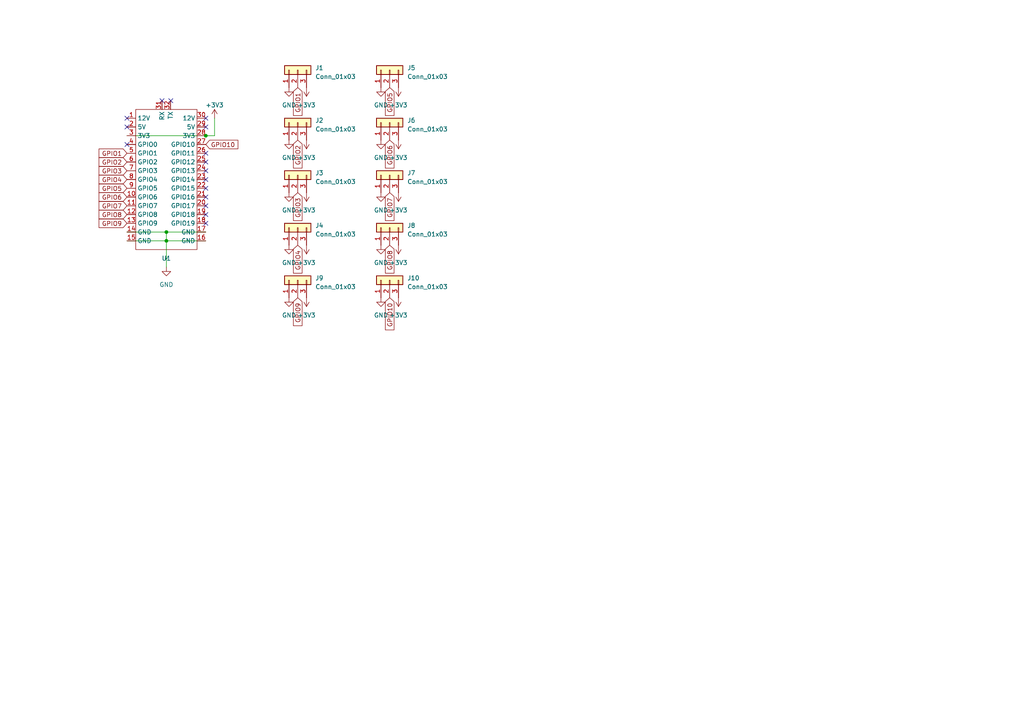
<source format=kicad_sch>
(kicad_sch (version 20230121) (generator eeschema)

  (uuid 78aa1f81-66b8-416a-b10b-d171e849a950)

  (paper "A4")

  (lib_symbols
    (symbol "Connector_Generic:Conn_01x03" (pin_names (offset 1.016) hide) (in_bom yes) (on_board yes)
      (property "Reference" "J" (at 0 5.08 0)
        (effects (font (size 1.27 1.27)))
      )
      (property "Value" "Conn_01x03" (at 0 -5.08 0)
        (effects (font (size 1.27 1.27)))
      )
      (property "Footprint" "" (at 0 0 0)
        (effects (font (size 1.27 1.27)) hide)
      )
      (property "Datasheet" "~" (at 0 0 0)
        (effects (font (size 1.27 1.27)) hide)
      )
      (property "ki_keywords" "connector" (at 0 0 0)
        (effects (font (size 1.27 1.27)) hide)
      )
      (property "ki_description" "Generic connector, single row, 01x03, script generated (kicad-library-utils/schlib/autogen/connector/)" (at 0 0 0)
        (effects (font (size 1.27 1.27)) hide)
      )
      (property "ki_fp_filters" "Connector*:*_1x??_*" (at 0 0 0)
        (effects (font (size 1.27 1.27)) hide)
      )
      (symbol "Conn_01x03_1_1"
        (rectangle (start -1.27 -2.413) (end 0 -2.667)
          (stroke (width 0.1524) (type default))
          (fill (type none))
        )
        (rectangle (start -1.27 0.127) (end 0 -0.127)
          (stroke (width 0.1524) (type default))
          (fill (type none))
        )
        (rectangle (start -1.27 2.667) (end 0 2.413)
          (stroke (width 0.1524) (type default))
          (fill (type none))
        )
        (rectangle (start -1.27 3.81) (end 1.27 -3.81)
          (stroke (width 0.254) (type default))
          (fill (type background))
        )
        (pin passive line (at -5.08 2.54 0) (length 3.81)
          (name "Pin_1" (effects (font (size 1.27 1.27))))
          (number "1" (effects (font (size 1.27 1.27))))
        )
        (pin passive line (at -5.08 0 0) (length 3.81)
          (name "Pin_2" (effects (font (size 1.27 1.27))))
          (number "2" (effects (font (size 1.27 1.27))))
        )
        (pin passive line (at -5.08 -2.54 0) (length 3.81)
          (name "Pin_3" (effects (font (size 1.27 1.27))))
          (number "3" (effects (font (size 1.27 1.27))))
        )
      )
    )
    (symbol "RaceTrackr_Footprints:RaceTrackr_Interface" (in_bom yes) (on_board yes)
      (property "Reference" "U" (at 0 0 0)
        (effects (font (size 1.27 1.27)))
      )
      (property "Value" "" (at 0 0 0)
        (effects (font (size 1.27 1.27)))
      )
      (property "Footprint" "RaceTrackr:RaceTrackr Interface Board Reference" (at 0 0 0)
        (effects (font (size 1.27 1.27)) hide)
      )
      (property "Datasheet" "" (at 0 0 0)
        (effects (font (size 1.27 1.27)) hide)
      )
      (symbol "RaceTrackr_Interface_0_1"
        (rectangle (start -8.89 43.18) (end 8.89 2.54)
          (stroke (width 0) (type default))
          (fill (type none))
        )
      )
      (symbol "RaceTrackr_Interface_1_1"
        (pin input line (at -11.43 40.64 0) (length 2.54)
          (name "12V" (effects (font (size 1.27 1.27))))
          (number "1" (effects (font (size 1.27 1.27))))
        )
        (pin input line (at -11.43 17.78 0) (length 2.54)
          (name "GPIO6" (effects (font (size 1.27 1.27))))
          (number "10" (effects (font (size 1.27 1.27))))
        )
        (pin input line (at -11.43 15.24 0) (length 2.54)
          (name "GPIO7" (effects (font (size 1.27 1.27))))
          (number "11" (effects (font (size 1.27 1.27))))
        )
        (pin input line (at -11.43 12.7 0) (length 2.54)
          (name "GPIO8" (effects (font (size 1.27 1.27))))
          (number "12" (effects (font (size 1.27 1.27))))
        )
        (pin input line (at -11.43 10.16 0) (length 2.54)
          (name "GPIO9" (effects (font (size 1.27 1.27))))
          (number "13" (effects (font (size 1.27 1.27))))
        )
        (pin input line (at -11.43 7.62 0) (length 2.54)
          (name "GND" (effects (font (size 1.27 1.27))))
          (number "14" (effects (font (size 1.27 1.27))))
        )
        (pin input line (at -11.43 5.08 0) (length 2.54)
          (name "GND" (effects (font (size 1.27 1.27))))
          (number "15" (effects (font (size 1.27 1.27))))
        )
        (pin input line (at 11.43 5.08 180) (length 2.54)
          (name "GND" (effects (font (size 1.27 1.27))))
          (number "16" (effects (font (size 1.27 1.27))))
        )
        (pin input line (at 11.43 7.62 180) (length 2.54)
          (name "GND" (effects (font (size 1.27 1.27))))
          (number "17" (effects (font (size 1.27 1.27))))
        )
        (pin input line (at 11.43 10.16 180) (length 2.54)
          (name "GPIO19" (effects (font (size 1.27 1.27))))
          (number "18" (effects (font (size 1.27 1.27))))
        )
        (pin input line (at 11.43 12.7 180) (length 2.54)
          (name "GPIO18" (effects (font (size 1.27 1.27))))
          (number "19" (effects (font (size 1.27 1.27))))
        )
        (pin input line (at -11.43 38.1 0) (length 2.54)
          (name "5V" (effects (font (size 1.27 1.27))))
          (number "2" (effects (font (size 1.27 1.27))))
        )
        (pin input line (at 11.43 15.24 180) (length 2.54)
          (name "GPIO17" (effects (font (size 1.27 1.27))))
          (number "20" (effects (font (size 1.27 1.27))))
        )
        (pin input line (at 11.43 17.78 180) (length 2.54)
          (name "GPIO16" (effects (font (size 1.27 1.27))))
          (number "21" (effects (font (size 1.27 1.27))))
        )
        (pin input line (at 11.43 20.32 180) (length 2.54)
          (name "GPIO15" (effects (font (size 1.27 1.27))))
          (number "22" (effects (font (size 1.27 1.27))))
        )
        (pin input line (at 11.43 22.86 180) (length 2.54)
          (name "GPIO14" (effects (font (size 1.27 1.27))))
          (number "23" (effects (font (size 1.27 1.27))))
        )
        (pin input line (at 11.43 25.4 180) (length 2.54)
          (name "GPIO13" (effects (font (size 1.27 1.27))))
          (number "24" (effects (font (size 1.27 1.27))))
        )
        (pin input line (at 11.43 27.94 180) (length 2.54)
          (name "GPIO12" (effects (font (size 1.27 1.27))))
          (number "25" (effects (font (size 1.27 1.27))))
        )
        (pin input line (at 11.43 30.48 180) (length 2.54)
          (name "GPIO11" (effects (font (size 1.27 1.27))))
          (number "26" (effects (font (size 1.27 1.27))))
        )
        (pin input line (at 11.43 33.02 180) (length 2.54)
          (name "GPIO10" (effects (font (size 1.27 1.27))))
          (number "27" (effects (font (size 1.27 1.27))))
        )
        (pin input line (at 11.43 35.56 180) (length 2.54)
          (name "3V3" (effects (font (size 1.27 1.27))))
          (number "28" (effects (font (size 1.27 1.27))))
        )
        (pin input line (at 11.43 38.1 180) (length 2.54)
          (name "5V" (effects (font (size 1.27 1.27))))
          (number "29" (effects (font (size 1.27 1.27))))
        )
        (pin input line (at -11.43 35.56 0) (length 2.54)
          (name "3V3" (effects (font (size 1.27 1.27))))
          (number "3" (effects (font (size 1.27 1.27))))
        )
        (pin input line (at 11.43 40.64 180) (length 2.54)
          (name "12V" (effects (font (size 1.27 1.27))))
          (number "30" (effects (font (size 1.27 1.27))))
        )
        (pin input line (at -1.27 45.72 270) (length 2.54)
          (name "RX" (effects (font (size 1.27 1.27))))
          (number "31" (effects (font (size 1.27 1.27))))
        )
        (pin input line (at 1.2013 45.7268 270) (length 2.54)
          (name "TX" (effects (font (size 1.27 1.27))))
          (number "32" (effects (font (size 1.27 1.27))))
        )
        (pin input line (at -11.43 33.02 0) (length 2.54)
          (name "GPIO0" (effects (font (size 1.27 1.27))))
          (number "4" (effects (font (size 1.27 1.27))))
        )
        (pin input line (at -11.43 30.48 0) (length 2.54)
          (name "GPIO1" (effects (font (size 1.27 1.27))))
          (number "5" (effects (font (size 1.27 1.27))))
        )
        (pin input line (at -11.43 27.94 0) (length 2.54)
          (name "GPIO2" (effects (font (size 1.27 1.27))))
          (number "6" (effects (font (size 1.27 1.27))))
        )
        (pin input line (at -11.43 25.4 0) (length 2.54)
          (name "GPIO3" (effects (font (size 1.27 1.27))))
          (number "7" (effects (font (size 1.27 1.27))))
        )
        (pin input line (at -11.43 22.86 0) (length 2.54)
          (name "GPIO4" (effects (font (size 1.27 1.27))))
          (number "8" (effects (font (size 1.27 1.27))))
        )
        (pin input line (at -11.43 20.32 0) (length 2.54)
          (name "GPIO5" (effects (font (size 1.27 1.27))))
          (number "9" (effects (font (size 1.27 1.27))))
        )
      )
    )
    (symbol "power:+3V3" (power) (pin_names (offset 0)) (in_bom yes) (on_board yes)
      (property "Reference" "#PWR" (at 0 -3.81 0)
        (effects (font (size 1.27 1.27)) hide)
      )
      (property "Value" "+3V3" (at 0 3.556 0)
        (effects (font (size 1.27 1.27)))
      )
      (property "Footprint" "" (at 0 0 0)
        (effects (font (size 1.27 1.27)) hide)
      )
      (property "Datasheet" "" (at 0 0 0)
        (effects (font (size 1.27 1.27)) hide)
      )
      (property "ki_keywords" "global power" (at 0 0 0)
        (effects (font (size 1.27 1.27)) hide)
      )
      (property "ki_description" "Power symbol creates a global label with name \"+3V3\"" (at 0 0 0)
        (effects (font (size 1.27 1.27)) hide)
      )
      (symbol "+3V3_0_1"
        (polyline
          (pts
            (xy -0.762 1.27)
            (xy 0 2.54)
          )
          (stroke (width 0) (type default))
          (fill (type none))
        )
        (polyline
          (pts
            (xy 0 0)
            (xy 0 2.54)
          )
          (stroke (width 0) (type default))
          (fill (type none))
        )
        (polyline
          (pts
            (xy 0 2.54)
            (xy 0.762 1.27)
          )
          (stroke (width 0) (type default))
          (fill (type none))
        )
      )
      (symbol "+3V3_1_1"
        (pin power_in line (at 0 0 90) (length 0) hide
          (name "+3V3" (effects (font (size 1.27 1.27))))
          (number "1" (effects (font (size 1.27 1.27))))
        )
      )
    )
    (symbol "power:GND" (power) (pin_names (offset 0)) (in_bom yes) (on_board yes)
      (property "Reference" "#PWR" (at 0 -6.35 0)
        (effects (font (size 1.27 1.27)) hide)
      )
      (property "Value" "GND" (at 0 -3.81 0)
        (effects (font (size 1.27 1.27)))
      )
      (property "Footprint" "" (at 0 0 0)
        (effects (font (size 1.27 1.27)) hide)
      )
      (property "Datasheet" "" (at 0 0 0)
        (effects (font (size 1.27 1.27)) hide)
      )
      (property "ki_keywords" "global power" (at 0 0 0)
        (effects (font (size 1.27 1.27)) hide)
      )
      (property "ki_description" "Power symbol creates a global label with name \"GND\" , ground" (at 0 0 0)
        (effects (font (size 1.27 1.27)) hide)
      )
      (symbol "GND_0_1"
        (polyline
          (pts
            (xy 0 0)
            (xy 0 -1.27)
            (xy 1.27 -1.27)
            (xy 0 -2.54)
            (xy -1.27 -1.27)
            (xy 0 -1.27)
          )
          (stroke (width 0) (type default))
          (fill (type none))
        )
      )
      (symbol "GND_1_1"
        (pin power_in line (at 0 0 270) (length 0) hide
          (name "GND" (effects (font (size 1.27 1.27))))
          (number "1" (effects (font (size 1.27 1.27))))
        )
      )
    )
  )

  (junction (at 59.69 39.37) (diameter 0) (color 0 0 0 0)
    (uuid 252c25c3-aabe-4e6a-9144-54fc507ac167)
  )
  (junction (at 48.26 69.85) (diameter 0) (color 0 0 0 0)
    (uuid 87148f12-0e8e-4722-bc00-40a5f9f561ee)
  )
  (junction (at 48.26 67.31) (diameter 0) (color 0 0 0 0)
    (uuid cae1771a-6a72-46e4-bcdd-cba1da23176c)
  )

  (no_connect (at 59.69 54.61) (uuid 0acf3e90-e151-466f-abed-6cb4ab7e635f))
  (no_connect (at 36.83 36.83) (uuid 0b562a73-229c-4701-ac32-def767f87346))
  (no_connect (at 59.69 44.45) (uuid 0e1bc5eb-4821-4af2-97dd-d4ce7abb9ce3))
  (no_connect (at 59.69 57.15) (uuid 13ff3031-4f72-43b1-9945-9e1e6e50acfd))
  (no_connect (at 59.69 64.77) (uuid 1d5ba4d6-937d-48ed-b0ac-6921754f2927))
  (no_connect (at 59.69 59.69) (uuid 287e11b3-2c52-4c1f-82bf-70c6080e9a33))
  (no_connect (at 49.53 29.21) (uuid 2d32b9fb-1ed6-4389-8d2f-639034b157da))
  (no_connect (at 59.69 34.29) (uuid 2debd5e7-f7e1-488f-85fe-68bc03245342))
  (no_connect (at 59.69 49.53) (uuid 4759e23c-beea-4538-a53d-5e1b838c1c0e))
  (no_connect (at 59.69 36.83) (uuid 535ab4d8-7655-48e2-835c-e856530dff58))
  (no_connect (at 36.83 34.29) (uuid 665bec1f-adee-46e0-91d7-6104bfda2d2b))
  (no_connect (at 59.69 62.23) (uuid 859af882-1a19-48c2-86d9-5eaf133ee448))
  (no_connect (at 59.69 46.99) (uuid c6fc5581-a247-49b4-b905-80a6f5d6ea45))
  (no_connect (at 59.69 52.07) (uuid c967473b-b9cb-4823-8b91-98346c8b71c3))
  (no_connect (at 36.83 41.91) (uuid d1f38bb3-2cb6-4ac5-b415-a1457d861d5a))
  (no_connect (at 46.99 29.21) (uuid d5116b2b-eadf-4185-82bf-14b908ec26b0))

  (wire (pts (xy 36.83 69.85) (xy 48.26 69.85))
    (stroke (width 0) (type default))
    (uuid 1ee84c94-1d21-4552-96bf-5e1ed322b3f9)
  )
  (wire (pts (xy 36.83 39.37) (xy 59.69 39.37))
    (stroke (width 0) (type default))
    (uuid 42908f2a-0905-4f84-99b3-86eea5edc25c)
  )
  (wire (pts (xy 62.23 34.29) (xy 62.23 39.37))
    (stroke (width 0) (type default))
    (uuid 53d35578-cfa1-4f75-8087-b0c04dfca753)
  )
  (wire (pts (xy 48.26 69.85) (xy 48.26 77.47))
    (stroke (width 0) (type default))
    (uuid 5c4257a2-af54-4d69-a98c-efd4a2b52c9d)
  )
  (wire (pts (xy 48.26 69.85) (xy 59.69 69.85))
    (stroke (width 0) (type default))
    (uuid 5d30873f-b254-407e-84e1-5f12325baa43)
  )
  (wire (pts (xy 48.26 67.31) (xy 59.69 67.31))
    (stroke (width 0) (type default))
    (uuid 60485e05-78e7-421b-a429-f73d3206076e)
  )
  (wire (pts (xy 36.83 67.31) (xy 48.26 67.31))
    (stroke (width 0) (type default))
    (uuid 6b7f0588-c861-44c6-a2b1-8245e36c1284)
  )
  (wire (pts (xy 62.23 39.37) (xy 59.69 39.37))
    (stroke (width 0) (type default))
    (uuid 7ffc310c-f78f-40fa-ad50-1d8af16ebc19)
  )
  (wire (pts (xy 48.26 67.31) (xy 48.26 69.85))
    (stroke (width 0) (type default))
    (uuid e0fbcae2-dc2a-4809-950d-d5cdd4073da3)
  )

  (global_label "GPIO3" (shape input) (at 86.36 55.88 270) (fields_autoplaced)
    (effects (font (size 1.27 1.27)) (justify right))
    (uuid 03e320a8-0389-4862-abb9-1ebfb3a6d845)
    (property "Intersheetrefs" "${INTERSHEET_REFS}" (at 86.36 64.4706 90)
      (effects (font (size 1.27 1.27)) (justify right) hide)
    )
  )
  (global_label "GPIO8" (shape input) (at 36.83 62.23 180) (fields_autoplaced)
    (effects (font (size 1.27 1.27)) (justify right))
    (uuid 058bcd88-94e9-48ea-abd7-583c373ae78d)
    (property "Intersheetrefs" "${INTERSHEET_REFS}" (at 28.2394 62.23 0)
      (effects (font (size 1.27 1.27)) (justify right) hide)
    )
  )
  (global_label "GPIO5" (shape input) (at 113.03 25.4 270) (fields_autoplaced)
    (effects (font (size 1.27 1.27)) (justify right))
    (uuid 09cf87d2-a43c-4e77-bc98-956fb216f136)
    (property "Intersheetrefs" "${INTERSHEET_REFS}" (at 113.03 33.9906 90)
      (effects (font (size 1.27 1.27)) (justify right) hide)
    )
  )
  (global_label "GPIO7" (shape input) (at 36.83 59.69 180) (fields_autoplaced)
    (effects (font (size 1.27 1.27)) (justify right))
    (uuid 1f3bad45-6273-4dd1-8a9a-0a0aae99f621)
    (property "Intersheetrefs" "${INTERSHEET_REFS}" (at 28.2394 59.69 0)
      (effects (font (size 1.27 1.27)) (justify right) hide)
    )
  )
  (global_label "GPIO2" (shape input) (at 86.36 40.64 270) (fields_autoplaced)
    (effects (font (size 1.27 1.27)) (justify right))
    (uuid 2dd3aaba-9160-4410-ad4e-e790f64c479f)
    (property "Intersheetrefs" "${INTERSHEET_REFS}" (at 86.36 49.2306 90)
      (effects (font (size 1.27 1.27)) (justify right) hide)
    )
  )
  (global_label "GPIO10" (shape input) (at 113.03 86.36 270) (fields_autoplaced)
    (effects (font (size 1.27 1.27)) (justify right))
    (uuid 3258d7c0-016a-426c-82f0-fbcbb06077f8)
    (property "Intersheetrefs" "${INTERSHEET_REFS}" (at 113.03 96.1601 90)
      (effects (font (size 1.27 1.27)) (justify right) hide)
    )
  )
  (global_label "GPIO6" (shape input) (at 36.83 57.15 180) (fields_autoplaced)
    (effects (font (size 1.27 1.27)) (justify right))
    (uuid 3354e453-6aaa-46be-8bf8-f6f767c967d2)
    (property "Intersheetrefs" "${INTERSHEET_REFS}" (at 28.2394 57.15 0)
      (effects (font (size 1.27 1.27)) (justify right) hide)
    )
  )
  (global_label "GPIO10" (shape input) (at 59.69 41.91 0) (fields_autoplaced)
    (effects (font (size 1.27 1.27)) (justify left))
    (uuid 3fbca068-ec00-4b68-9063-cd831930b3c3)
    (property "Intersheetrefs" "${INTERSHEET_REFS}" (at 69.4901 41.91 0)
      (effects (font (size 1.27 1.27)) (justify left) hide)
    )
  )
  (global_label "GPIO5" (shape input) (at 36.83 54.61 180) (fields_autoplaced)
    (effects (font (size 1.27 1.27)) (justify right))
    (uuid 48e64d5a-19a2-4bd2-9055-00f37f1f76bc)
    (property "Intersheetrefs" "${INTERSHEET_REFS}" (at 28.2394 54.61 0)
      (effects (font (size 1.27 1.27)) (justify right) hide)
    )
  )
  (global_label "GPIO3" (shape input) (at 36.83 49.53 180) (fields_autoplaced)
    (effects (font (size 1.27 1.27)) (justify right))
    (uuid 52bbf2bd-c790-4ff9-9e60-8e96033772fd)
    (property "Intersheetrefs" "${INTERSHEET_REFS}" (at 28.2394 49.53 0)
      (effects (font (size 1.27 1.27)) (justify right) hide)
    )
  )
  (global_label "GPIO9" (shape input) (at 36.83 64.77 180) (fields_autoplaced)
    (effects (font (size 1.27 1.27)) (justify right))
    (uuid 5300abfd-f1e9-4ecc-9893-d01928f3283f)
    (property "Intersheetrefs" "${INTERSHEET_REFS}" (at 28.2394 64.77 0)
      (effects (font (size 1.27 1.27)) (justify right) hide)
    )
  )
  (global_label "GPIO8" (shape input) (at 113.03 71.12 270) (fields_autoplaced)
    (effects (font (size 1.27 1.27)) (justify right))
    (uuid 5dfe0e0c-46aa-48cb-ac9a-9ab278f5db50)
    (property "Intersheetrefs" "${INTERSHEET_REFS}" (at 113.03 79.7106 90)
      (effects (font (size 1.27 1.27)) (justify right) hide)
    )
  )
  (global_label "GPIO1" (shape input) (at 86.36 25.4 270) (fields_autoplaced)
    (effects (font (size 1.27 1.27)) (justify right))
    (uuid 60e1afcf-d60c-472e-a49d-e9a39e6ea2a4)
    (property "Intersheetrefs" "${INTERSHEET_REFS}" (at 86.36 33.9906 90)
      (effects (font (size 1.27 1.27)) (justify right) hide)
    )
  )
  (global_label "GPIO6" (shape input) (at 113.03 40.64 270) (fields_autoplaced)
    (effects (font (size 1.27 1.27)) (justify right))
    (uuid 6ada81b9-048e-4930-9790-6beb3e5d2299)
    (property "Intersheetrefs" "${INTERSHEET_REFS}" (at 113.03 49.2306 90)
      (effects (font (size 1.27 1.27)) (justify right) hide)
    )
  )
  (global_label "GPIO4" (shape input) (at 86.36 71.12 270) (fields_autoplaced)
    (effects (font (size 1.27 1.27)) (justify right))
    (uuid 7d1d0165-8609-4ff9-8c57-a0c640b706ae)
    (property "Intersheetrefs" "${INTERSHEET_REFS}" (at 86.36 79.7106 90)
      (effects (font (size 1.27 1.27)) (justify right) hide)
    )
  )
  (global_label "GPIO7" (shape input) (at 113.03 55.88 270) (fields_autoplaced)
    (effects (font (size 1.27 1.27)) (justify right))
    (uuid 7d89484c-795e-4bcb-9cf9-e26a06611fae)
    (property "Intersheetrefs" "${INTERSHEET_REFS}" (at 113.03 64.4706 90)
      (effects (font (size 1.27 1.27)) (justify right) hide)
    )
  )
  (global_label "GPIO9" (shape input) (at 86.36 86.36 270) (fields_autoplaced)
    (effects (font (size 1.27 1.27)) (justify right))
    (uuid 8484e20b-d733-4756-9080-6c6febe62308)
    (property "Intersheetrefs" "${INTERSHEET_REFS}" (at 86.36 94.9506 90)
      (effects (font (size 1.27 1.27)) (justify right) hide)
    )
  )
  (global_label "GPIO4" (shape input) (at 36.83 52.07 180) (fields_autoplaced)
    (effects (font (size 1.27 1.27)) (justify right))
    (uuid c9d42c17-463b-4641-93e6-d8cda1fe55ae)
    (property "Intersheetrefs" "${INTERSHEET_REFS}" (at 28.2394 52.07 0)
      (effects (font (size 1.27 1.27)) (justify right) hide)
    )
  )
  (global_label "GPIO1" (shape input) (at 36.83 44.45 180) (fields_autoplaced)
    (effects (font (size 1.27 1.27)) (justify right))
    (uuid d792c1d5-aece-4c11-9df0-80af1f0d92db)
    (property "Intersheetrefs" "${INTERSHEET_REFS}" (at 28.2394 44.45 0)
      (effects (font (size 1.27 1.27)) (justify right) hide)
    )
  )
  (global_label "GPIO2" (shape input) (at 36.83 46.99 180) (fields_autoplaced)
    (effects (font (size 1.27 1.27)) (justify right))
    (uuid e8b91713-f054-4efc-8455-4d87bb9defdb)
    (property "Intersheetrefs" "${INTERSHEET_REFS}" (at 28.2394 46.99 0)
      (effects (font (size 1.27 1.27)) (justify right) hide)
    )
  )

  (symbol (lib_id "power:+3V3") (at 115.57 55.88 180) (unit 1)
    (in_bom yes) (on_board yes) (dnp no) (fields_autoplaced)
    (uuid 01c04265-8576-486a-a03a-822b627d2aad)
    (property "Reference" "#PWR016" (at 115.57 52.07 0)
      (effects (font (size 1.27 1.27)) hide)
    )
    (property "Value" "+3V3" (at 115.57 60.96 0)
      (effects (font (size 1.27 1.27)))
    )
    (property "Footprint" "" (at 115.57 55.88 0)
      (effects (font (size 1.27 1.27)) hide)
    )
    (property "Datasheet" "" (at 115.57 55.88 0)
      (effects (font (size 1.27 1.27)) hide)
    )
    (pin "1" (uuid eb06eafa-b7b8-43d4-a840-60a1a3be783a))
    (instances
      (project "RaceTrackr Button IO Board"
        (path "/78aa1f81-66b8-416a-b10b-d171e849a950"
          (reference "#PWR016") (unit 1)
        )
      )
    )
  )

  (symbol (lib_id "Connector_Generic:Conn_01x03") (at 86.36 35.56 90) (unit 1)
    (in_bom yes) (on_board yes) (dnp no) (fields_autoplaced)
    (uuid 06711c58-6c6b-40d1-b596-42543af287df)
    (property "Reference" "J2" (at 91.44 34.925 90)
      (effects (font (size 1.27 1.27)) (justify right))
    )
    (property "Value" "Conn_01x03" (at 91.44 37.465 90)
      (effects (font (size 1.27 1.27)) (justify right))
    )
    (property "Footprint" "Connector_JST:JST_XH_B3B-XH-A_1x03_P2.50mm_Vertical" (at 86.36 35.56 0)
      (effects (font (size 1.27 1.27)) hide)
    )
    (property "Datasheet" "~" (at 86.36 35.56 0)
      (effects (font (size 1.27 1.27)) hide)
    )
    (pin "1" (uuid 572f42d2-20f5-4432-a938-f8e697624a84))
    (pin "2" (uuid 9ccd8568-5490-4cd0-9de3-c42cbaf73f19))
    (pin "3" (uuid 90f91bf6-8223-48d7-80fd-7f04faf15073))
    (instances
      (project "RaceTrackr Button IO Board"
        (path "/78aa1f81-66b8-416a-b10b-d171e849a950"
          (reference "J2") (unit 1)
        )
      )
    )
  )

  (symbol (lib_id "power:+3V3") (at 88.9 25.4 180) (unit 1)
    (in_bom yes) (on_board yes) (dnp no) (fields_autoplaced)
    (uuid 07870c57-602a-496f-bc07-1bccc1551666)
    (property "Reference" "#PWR04" (at 88.9 21.59 0)
      (effects (font (size 1.27 1.27)) hide)
    )
    (property "Value" "+3V3" (at 88.9 30.48 0)
      (effects (font (size 1.27 1.27)))
    )
    (property "Footprint" "" (at 88.9 25.4 0)
      (effects (font (size 1.27 1.27)) hide)
    )
    (property "Datasheet" "" (at 88.9 25.4 0)
      (effects (font (size 1.27 1.27)) hide)
    )
    (pin "1" (uuid 1c52b6ee-843e-418c-981a-bf1f2a2a995e))
    (instances
      (project "RaceTrackr Button IO Board"
        (path "/78aa1f81-66b8-416a-b10b-d171e849a950"
          (reference "#PWR04") (unit 1)
        )
      )
    )
  )

  (symbol (lib_id "Connector_Generic:Conn_01x03") (at 113.03 50.8 90) (unit 1)
    (in_bom yes) (on_board yes) (dnp no) (fields_autoplaced)
    (uuid 092eb12e-c2ec-4c65-9806-768c5f130658)
    (property "Reference" "J7" (at 118.11 50.165 90)
      (effects (font (size 1.27 1.27)) (justify right))
    )
    (property "Value" "Conn_01x03" (at 118.11 52.705 90)
      (effects (font (size 1.27 1.27)) (justify right))
    )
    (property "Footprint" "Connector_JST:JST_XH_B3B-XH-A_1x03_P2.50mm_Vertical" (at 113.03 50.8 0)
      (effects (font (size 1.27 1.27)) hide)
    )
    (property "Datasheet" "~" (at 113.03 50.8 0)
      (effects (font (size 1.27 1.27)) hide)
    )
    (pin "1" (uuid 61969c2f-32b2-459b-9635-1862cce9be7a))
    (pin "2" (uuid acbb87ab-30b7-4610-b1a6-dc3f26229500))
    (pin "3" (uuid f43f05ac-61b3-43d4-a38d-546fbd2e666c))
    (instances
      (project "RaceTrackr Button IO Board"
        (path "/78aa1f81-66b8-416a-b10b-d171e849a950"
          (reference "J7") (unit 1)
        )
      )
    )
  )

  (symbol (lib_id "Connector_Generic:Conn_01x03") (at 113.03 20.32 90) (unit 1)
    (in_bom yes) (on_board yes) (dnp no) (fields_autoplaced)
    (uuid 0eed8f08-6f5e-4341-bd27-763e8befd1c1)
    (property "Reference" "J5" (at 118.11 19.685 90)
      (effects (font (size 1.27 1.27)) (justify right))
    )
    (property "Value" "Conn_01x03" (at 118.11 22.225 90)
      (effects (font (size 1.27 1.27)) (justify right))
    )
    (property "Footprint" "Connector_JST:JST_XH_B3B-XH-A_1x03_P2.50mm_Vertical" (at 113.03 20.32 0)
      (effects (font (size 1.27 1.27)) hide)
    )
    (property "Datasheet" "~" (at 113.03 20.32 0)
      (effects (font (size 1.27 1.27)) hide)
    )
    (pin "1" (uuid 1545ca34-e463-4087-a7b0-a75ad0a928d1))
    (pin "2" (uuid a811d2d2-2b5e-4760-be29-edca263b6bdf))
    (pin "3" (uuid 5bc7662a-770d-4394-9ef2-cc071855be15))
    (instances
      (project "RaceTrackr Button IO Board"
        (path "/78aa1f81-66b8-416a-b10b-d171e849a950"
          (reference "J5") (unit 1)
        )
      )
    )
  )

  (symbol (lib_id "power:GND") (at 110.49 40.64 0) (unit 1)
    (in_bom yes) (on_board yes) (dnp no) (fields_autoplaced)
    (uuid 115f4ccf-bc5a-4e3c-b976-3f15fb04c887)
    (property "Reference" "#PWR013" (at 110.49 46.99 0)
      (effects (font (size 1.27 1.27)) hide)
    )
    (property "Value" "GND" (at 110.49 45.72 0)
      (effects (font (size 1.27 1.27)))
    )
    (property "Footprint" "" (at 110.49 40.64 0)
      (effects (font (size 1.27 1.27)) hide)
    )
    (property "Datasheet" "" (at 110.49 40.64 0)
      (effects (font (size 1.27 1.27)) hide)
    )
    (pin "1" (uuid aaa285f4-b3de-4a59-9bcd-399d75dea796))
    (instances
      (project "RaceTrackr Button IO Board"
        (path "/78aa1f81-66b8-416a-b10b-d171e849a950"
          (reference "#PWR013") (unit 1)
        )
      )
    )
  )

  (symbol (lib_id "power:GND") (at 110.49 25.4 0) (unit 1)
    (in_bom yes) (on_board yes) (dnp no) (fields_autoplaced)
    (uuid 11f52f2e-1035-4d8d-916b-898d33f45419)
    (property "Reference" "#PWR011" (at 110.49 31.75 0)
      (effects (font (size 1.27 1.27)) hide)
    )
    (property "Value" "GND" (at 110.49 30.48 0)
      (effects (font (size 1.27 1.27)))
    )
    (property "Footprint" "" (at 110.49 25.4 0)
      (effects (font (size 1.27 1.27)) hide)
    )
    (property "Datasheet" "" (at 110.49 25.4 0)
      (effects (font (size 1.27 1.27)) hide)
    )
    (pin "1" (uuid 1a8cf073-b6ae-40c1-9e7e-a5cfbb966b19))
    (instances
      (project "RaceTrackr Button IO Board"
        (path "/78aa1f81-66b8-416a-b10b-d171e849a950"
          (reference "#PWR011") (unit 1)
        )
      )
    )
  )

  (symbol (lib_id "power:+3V3") (at 115.57 40.64 180) (unit 1)
    (in_bom yes) (on_board yes) (dnp no) (fields_autoplaced)
    (uuid 2735624c-655c-41e7-82cf-64621546ae09)
    (property "Reference" "#PWR014" (at 115.57 36.83 0)
      (effects (font (size 1.27 1.27)) hide)
    )
    (property "Value" "+3V3" (at 115.57 45.72 0)
      (effects (font (size 1.27 1.27)))
    )
    (property "Footprint" "" (at 115.57 40.64 0)
      (effects (font (size 1.27 1.27)) hide)
    )
    (property "Datasheet" "" (at 115.57 40.64 0)
      (effects (font (size 1.27 1.27)) hide)
    )
    (pin "1" (uuid 3a4e1a80-eade-4738-8013-f8161c99ead1))
    (instances
      (project "RaceTrackr Button IO Board"
        (path "/78aa1f81-66b8-416a-b10b-d171e849a950"
          (reference "#PWR014") (unit 1)
        )
      )
    )
  )

  (symbol (lib_id "RaceTrackr_Footprints:RaceTrackr_Interface") (at 48.26 74.93 0) (unit 1)
    (in_bom yes) (on_board yes) (dnp no) (fields_autoplaced)
    (uuid 27d79722-cb87-42d3-8ef4-1e96b758693f)
    (property "Reference" "U1" (at 48.26 74.93 0)
      (effects (font (size 1.27 1.27)))
    )
    (property "Value" "~" (at 48.26 74.93 0)
      (effects (font (size 1.27 1.27)))
    )
    (property "Footprint" "RaceTrackr:RaceTrackr Interface Board Reference" (at 48.26 74.93 0)
      (effects (font (size 1.27 1.27)) hide)
    )
    (property "Datasheet" "" (at 48.26 74.93 0)
      (effects (font (size 1.27 1.27)) hide)
    )
    (pin "1" (uuid 7c782657-a30c-4f40-9d70-f324ec1436e5))
    (pin "10" (uuid 103fc705-3b59-4344-99a3-77b5fb1686ea))
    (pin "11" (uuid 2a721578-a0b7-46e9-a462-e814e33d8817))
    (pin "12" (uuid 60cbf9c9-c43d-47e0-8b52-3c39a92d3ad8))
    (pin "13" (uuid c3583acc-4eb6-47ec-9d9d-01a600550243))
    (pin "14" (uuid 288ec4dc-ff1b-45c8-8c4f-7dcf7fb610ef))
    (pin "15" (uuid aef40fc4-64c4-4a84-b748-52a933c7ca32))
    (pin "16" (uuid 5ea7a8ff-07ae-46d2-9018-9edd715acab3))
    (pin "17" (uuid 3cc5c646-960f-4be0-838f-63d5772c10c4))
    (pin "18" (uuid 397ef5ec-2a61-4b70-b581-92e639574ddb))
    (pin "19" (uuid 1e16572a-311b-41f5-b34e-139b15912c67))
    (pin "2" (uuid b0c0f4a0-ee67-4f20-ba85-c8d055ddf13a))
    (pin "20" (uuid a37dd08f-23c2-487a-b7d0-f62c9d41bf6c))
    (pin "21" (uuid 99be3704-d173-47ad-97ee-4718284a61cb))
    (pin "22" (uuid c73eeec8-fa00-4695-a18c-40bcea076abe))
    (pin "23" (uuid 7d4a121d-305a-471c-bdb3-7e86b8df3184))
    (pin "24" (uuid 7b0f419a-f089-4def-86c5-9fd812b764bc))
    (pin "25" (uuid 0a7ec1c3-8fd2-44e4-9adb-0138dbd95883))
    (pin "26" (uuid fd8d6def-9ba7-4e6c-9344-b24dd8696a2e))
    (pin "27" (uuid 0364d2e1-71c3-41bc-9927-4a8289a64dd0))
    (pin "28" (uuid 45fe302b-a69c-4d3c-b1a0-2dbf03dba3bc))
    (pin "29" (uuid 7fcc590f-3b3e-4a93-9630-579fa2a9c5af))
    (pin "3" (uuid 543c3bb0-99d1-45a5-b7c8-a32ba1741b7a))
    (pin "30" (uuid e1db8abb-4cd4-4611-a971-6f73cdb082b6))
    (pin "31" (uuid a514e1ed-5fc7-4485-819b-07f83c6e8f30))
    (pin "32" (uuid 9ed1e22a-0fb5-4e66-b272-0852ddaf7518))
    (pin "4" (uuid 0329fe4a-b089-418d-8fb7-cae2f2171ee1))
    (pin "5" (uuid 25162235-9a39-43d4-9107-41d5c1318617))
    (pin "6" (uuid e2d8c5e1-e3f3-419f-b49c-ab6d605228f8))
    (pin "7" (uuid 8e720c72-e6f9-4e2e-9194-34837bfe1b51))
    (pin "8" (uuid 42433747-2fa6-43c6-8366-03c073dfed1e))
    (pin "9" (uuid cbe9071e-bc0c-462c-801a-0f840b8bfbe0))
    (instances
      (project "RaceTrackr Button IO Board"
        (path "/78aa1f81-66b8-416a-b10b-d171e849a950"
          (reference "U1") (unit 1)
        )
      )
    )
  )

  (symbol (lib_id "power:GND") (at 83.82 71.12 0) (unit 1)
    (in_bom yes) (on_board yes) (dnp no) (fields_autoplaced)
    (uuid 2a987d15-9529-4bff-8a0f-5e77277b9bba)
    (property "Reference" "#PWR09" (at 83.82 77.47 0)
      (effects (font (size 1.27 1.27)) hide)
    )
    (property "Value" "GND" (at 83.82 76.2 0)
      (effects (font (size 1.27 1.27)))
    )
    (property "Footprint" "" (at 83.82 71.12 0)
      (effects (font (size 1.27 1.27)) hide)
    )
    (property "Datasheet" "" (at 83.82 71.12 0)
      (effects (font (size 1.27 1.27)) hide)
    )
    (pin "1" (uuid 6d6effc1-c821-4fc5-89ae-833aaac6d71f))
    (instances
      (project "RaceTrackr Button IO Board"
        (path "/78aa1f81-66b8-416a-b10b-d171e849a950"
          (reference "#PWR09") (unit 1)
        )
      )
    )
  )

  (symbol (lib_id "power:+3V3") (at 115.57 71.12 180) (unit 1)
    (in_bom yes) (on_board yes) (dnp no) (fields_autoplaced)
    (uuid 3065f206-44a1-4b78-bde4-4f58be318cf9)
    (property "Reference" "#PWR018" (at 115.57 67.31 0)
      (effects (font (size 1.27 1.27)) hide)
    )
    (property "Value" "+3V3" (at 115.57 76.2 0)
      (effects (font (size 1.27 1.27)))
    )
    (property "Footprint" "" (at 115.57 71.12 0)
      (effects (font (size 1.27 1.27)) hide)
    )
    (property "Datasheet" "" (at 115.57 71.12 0)
      (effects (font (size 1.27 1.27)) hide)
    )
    (pin "1" (uuid eff82e93-350a-43d6-9a10-0495dc058854))
    (instances
      (project "RaceTrackr Button IO Board"
        (path "/78aa1f81-66b8-416a-b10b-d171e849a950"
          (reference "#PWR018") (unit 1)
        )
      )
    )
  )

  (symbol (lib_id "power:GND") (at 83.82 86.36 0) (unit 1)
    (in_bom yes) (on_board yes) (dnp no) (fields_autoplaced)
    (uuid 30a04208-0111-41b1-bb2a-2af5483505e9)
    (property "Reference" "#PWR019" (at 83.82 92.71 0)
      (effects (font (size 1.27 1.27)) hide)
    )
    (property "Value" "GND" (at 83.82 91.44 0)
      (effects (font (size 1.27 1.27)))
    )
    (property "Footprint" "" (at 83.82 86.36 0)
      (effects (font (size 1.27 1.27)) hide)
    )
    (property "Datasheet" "" (at 83.82 86.36 0)
      (effects (font (size 1.27 1.27)) hide)
    )
    (pin "1" (uuid dc4abb5e-fe10-4cc3-963e-c1da9695c7f4))
    (instances
      (project "RaceTrackr Button IO Board"
        (path "/78aa1f81-66b8-416a-b10b-d171e849a950"
          (reference "#PWR019") (unit 1)
        )
      )
    )
  )

  (symbol (lib_id "power:+3V3") (at 88.9 55.88 180) (unit 1)
    (in_bom yes) (on_board yes) (dnp no) (fields_autoplaced)
    (uuid 3477a613-5a73-4511-8d51-e97f72ed7dec)
    (property "Reference" "#PWR08" (at 88.9 52.07 0)
      (effects (font (size 1.27 1.27)) hide)
    )
    (property "Value" "+3V3" (at 88.9 60.96 0)
      (effects (font (size 1.27 1.27)))
    )
    (property "Footprint" "" (at 88.9 55.88 0)
      (effects (font (size 1.27 1.27)) hide)
    )
    (property "Datasheet" "" (at 88.9 55.88 0)
      (effects (font (size 1.27 1.27)) hide)
    )
    (pin "1" (uuid ab4b5062-b197-4da5-9d51-05223cf47d36))
    (instances
      (project "RaceTrackr Button IO Board"
        (path "/78aa1f81-66b8-416a-b10b-d171e849a950"
          (reference "#PWR08") (unit 1)
        )
      )
    )
  )

  (symbol (lib_id "power:+3V3") (at 115.57 86.36 180) (unit 1)
    (in_bom yes) (on_board yes) (dnp no) (fields_autoplaced)
    (uuid 369f395b-5565-4bb5-a6e9-0c8500c60204)
    (property "Reference" "#PWR022" (at 115.57 82.55 0)
      (effects (font (size 1.27 1.27)) hide)
    )
    (property "Value" "+3V3" (at 115.57 91.44 0)
      (effects (font (size 1.27 1.27)))
    )
    (property "Footprint" "" (at 115.57 86.36 0)
      (effects (font (size 1.27 1.27)) hide)
    )
    (property "Datasheet" "" (at 115.57 86.36 0)
      (effects (font (size 1.27 1.27)) hide)
    )
    (pin "1" (uuid e7dba27b-98a5-4205-bb3c-8bbe931b7c01))
    (instances
      (project "RaceTrackr Button IO Board"
        (path "/78aa1f81-66b8-416a-b10b-d171e849a950"
          (reference "#PWR022") (unit 1)
        )
      )
    )
  )

  (symbol (lib_id "Connector_Generic:Conn_01x03") (at 86.36 50.8 90) (unit 1)
    (in_bom yes) (on_board yes) (dnp no) (fields_autoplaced)
    (uuid 480043ef-9aff-4c20-a272-9ef02dfbfb15)
    (property "Reference" "J3" (at 91.44 50.165 90)
      (effects (font (size 1.27 1.27)) (justify right))
    )
    (property "Value" "Conn_01x03" (at 91.44 52.705 90)
      (effects (font (size 1.27 1.27)) (justify right))
    )
    (property "Footprint" "Connector_JST:JST_XH_B3B-XH-A_1x03_P2.50mm_Vertical" (at 86.36 50.8 0)
      (effects (font (size 1.27 1.27)) hide)
    )
    (property "Datasheet" "~" (at 86.36 50.8 0)
      (effects (font (size 1.27 1.27)) hide)
    )
    (pin "1" (uuid c4b8fb6c-0cde-4b67-b94a-48251f7f7727))
    (pin "2" (uuid d4c95bae-7d57-45c6-8406-b928278dc587))
    (pin "3" (uuid 31ede3ce-a419-4650-8744-5311086bb3ba))
    (instances
      (project "RaceTrackr Button IO Board"
        (path "/78aa1f81-66b8-416a-b10b-d171e849a950"
          (reference "J3") (unit 1)
        )
      )
    )
  )

  (symbol (lib_id "power:GND") (at 83.82 55.88 0) (unit 1)
    (in_bom yes) (on_board yes) (dnp no) (fields_autoplaced)
    (uuid 52a7d529-d66d-4203-bd79-3fb60427788e)
    (property "Reference" "#PWR07" (at 83.82 62.23 0)
      (effects (font (size 1.27 1.27)) hide)
    )
    (property "Value" "GND" (at 83.82 60.96 0)
      (effects (font (size 1.27 1.27)))
    )
    (property "Footprint" "" (at 83.82 55.88 0)
      (effects (font (size 1.27 1.27)) hide)
    )
    (property "Datasheet" "" (at 83.82 55.88 0)
      (effects (font (size 1.27 1.27)) hide)
    )
    (pin "1" (uuid 99f81ef1-9504-4d89-98d4-df23f6099cca))
    (instances
      (project "RaceTrackr Button IO Board"
        (path "/78aa1f81-66b8-416a-b10b-d171e849a950"
          (reference "#PWR07") (unit 1)
        )
      )
    )
  )

  (symbol (lib_id "Connector_Generic:Conn_01x03") (at 113.03 66.04 90) (unit 1)
    (in_bom yes) (on_board yes) (dnp no) (fields_autoplaced)
    (uuid 5e481c6f-19e4-429c-bebb-151e0ce74a58)
    (property "Reference" "J8" (at 118.11 65.405 90)
      (effects (font (size 1.27 1.27)) (justify right))
    )
    (property "Value" "Conn_01x03" (at 118.11 67.945 90)
      (effects (font (size 1.27 1.27)) (justify right))
    )
    (property "Footprint" "Connector_JST:JST_XH_B3B-XH-A_1x03_P2.50mm_Vertical" (at 113.03 66.04 0)
      (effects (font (size 1.27 1.27)) hide)
    )
    (property "Datasheet" "~" (at 113.03 66.04 0)
      (effects (font (size 1.27 1.27)) hide)
    )
    (pin "1" (uuid 246d0260-adda-476e-b7c6-8cbdf31c1d51))
    (pin "2" (uuid 0839273d-828c-441c-a904-97f0fdcc525f))
    (pin "3" (uuid b14f312b-e61b-473d-831f-e637c30871ee))
    (instances
      (project "RaceTrackr Button IO Board"
        (path "/78aa1f81-66b8-416a-b10b-d171e849a950"
          (reference "J8") (unit 1)
        )
      )
    )
  )

  (symbol (lib_id "power:+3V3") (at 88.9 71.12 180) (unit 1)
    (in_bom yes) (on_board yes) (dnp no) (fields_autoplaced)
    (uuid 7425e262-50a8-4b97-b7d1-b0d3c95177a7)
    (property "Reference" "#PWR010" (at 88.9 67.31 0)
      (effects (font (size 1.27 1.27)) hide)
    )
    (property "Value" "+3V3" (at 88.9 76.2 0)
      (effects (font (size 1.27 1.27)))
    )
    (property "Footprint" "" (at 88.9 71.12 0)
      (effects (font (size 1.27 1.27)) hide)
    )
    (property "Datasheet" "" (at 88.9 71.12 0)
      (effects (font (size 1.27 1.27)) hide)
    )
    (pin "1" (uuid 0f0f44f4-aadb-4e77-b423-3b9388ec906b))
    (instances
      (project "RaceTrackr Button IO Board"
        (path "/78aa1f81-66b8-416a-b10b-d171e849a950"
          (reference "#PWR010") (unit 1)
        )
      )
    )
  )

  (symbol (lib_id "Connector_Generic:Conn_01x03") (at 113.03 81.28 90) (unit 1)
    (in_bom yes) (on_board yes) (dnp no) (fields_autoplaced)
    (uuid 750fc2de-6e47-4c51-a498-86098efe3315)
    (property "Reference" "J10" (at 118.11 80.645 90)
      (effects (font (size 1.27 1.27)) (justify right))
    )
    (property "Value" "Conn_01x03" (at 118.11 83.185 90)
      (effects (font (size 1.27 1.27)) (justify right))
    )
    (property "Footprint" "Connector_JST:JST_XH_B3B-XH-A_1x03_P2.50mm_Vertical" (at 113.03 81.28 0)
      (effects (font (size 1.27 1.27)) hide)
    )
    (property "Datasheet" "~" (at 113.03 81.28 0)
      (effects (font (size 1.27 1.27)) hide)
    )
    (pin "1" (uuid 25260d00-c78e-4817-b59a-b20689cea7cf))
    (pin "2" (uuid 28f3e370-a2a3-400a-bfc7-be1ca17b37bb))
    (pin "3" (uuid 8c83585b-2d1e-42af-9f1f-e27f21a48fda))
    (instances
      (project "RaceTrackr Button IO Board"
        (path "/78aa1f81-66b8-416a-b10b-d171e849a950"
          (reference "J10") (unit 1)
        )
      )
    )
  )

  (symbol (lib_id "Connector_Generic:Conn_01x03") (at 86.36 20.32 90) (unit 1)
    (in_bom yes) (on_board yes) (dnp no) (fields_autoplaced)
    (uuid 79504224-a897-41af-bd34-35d337ec8c0a)
    (property "Reference" "J1" (at 91.44 19.685 90)
      (effects (font (size 1.27 1.27)) (justify right))
    )
    (property "Value" "Conn_01x03" (at 91.44 22.225 90)
      (effects (font (size 1.27 1.27)) (justify right))
    )
    (property "Footprint" "Connector_JST:JST_XH_B3B-XH-A_1x03_P2.50mm_Vertical" (at 86.36 20.32 0)
      (effects (font (size 1.27 1.27)) hide)
    )
    (property "Datasheet" "~" (at 86.36 20.32 0)
      (effects (font (size 1.27 1.27)) hide)
    )
    (pin "1" (uuid 31d74cd5-cd48-454d-8c0b-4d2e47c2badc))
    (pin "2" (uuid 3d8e4558-65d7-4894-a4b7-fea49ea9a029))
    (pin "3" (uuid add76dd9-2e35-4cf2-a6e1-01bdb28ac6bd))
    (instances
      (project "RaceTrackr Button IO Board"
        (path "/78aa1f81-66b8-416a-b10b-d171e849a950"
          (reference "J1") (unit 1)
        )
      )
    )
  )

  (symbol (lib_id "power:GND") (at 48.26 77.47 0) (unit 1)
    (in_bom yes) (on_board yes) (dnp no) (fields_autoplaced)
    (uuid 7d09c65f-aa7f-47d1-bd20-21c929a84487)
    (property "Reference" "#PWR01" (at 48.26 83.82 0)
      (effects (font (size 1.27 1.27)) hide)
    )
    (property "Value" "GND" (at 48.26 82.55 0)
      (effects (font (size 1.27 1.27)))
    )
    (property "Footprint" "" (at 48.26 77.47 0)
      (effects (font (size 1.27 1.27)) hide)
    )
    (property "Datasheet" "" (at 48.26 77.47 0)
      (effects (font (size 1.27 1.27)) hide)
    )
    (pin "1" (uuid 2f8445f8-275a-432c-a30d-db711c52915d))
    (instances
      (project "RaceTrackr Button IO Board"
        (path "/78aa1f81-66b8-416a-b10b-d171e849a950"
          (reference "#PWR01") (unit 1)
        )
      )
    )
  )

  (symbol (lib_id "power:+3V3") (at 62.23 34.29 0) (unit 1)
    (in_bom yes) (on_board yes) (dnp no) (fields_autoplaced)
    (uuid 7e12176c-7389-4223-9dc9-c1e28294588b)
    (property "Reference" "#PWR02" (at 62.23 38.1 0)
      (effects (font (size 1.27 1.27)) hide)
    )
    (property "Value" "+3V3" (at 62.23 30.48 0)
      (effects (font (size 1.27 1.27)))
    )
    (property "Footprint" "" (at 62.23 34.29 0)
      (effects (font (size 1.27 1.27)) hide)
    )
    (property "Datasheet" "" (at 62.23 34.29 0)
      (effects (font (size 1.27 1.27)) hide)
    )
    (pin "1" (uuid 6bb2c404-8993-4579-b7ba-99d67ad1a167))
    (instances
      (project "RaceTrackr Button IO Board"
        (path "/78aa1f81-66b8-416a-b10b-d171e849a950"
          (reference "#PWR02") (unit 1)
        )
      )
    )
  )

  (symbol (lib_id "power:GND") (at 110.49 86.36 0) (unit 1)
    (in_bom yes) (on_board yes) (dnp no) (fields_autoplaced)
    (uuid 9cd36d4b-c1be-48f5-bdef-6a132fe92019)
    (property "Reference" "#PWR021" (at 110.49 92.71 0)
      (effects (font (size 1.27 1.27)) hide)
    )
    (property "Value" "GND" (at 110.49 91.44 0)
      (effects (font (size 1.27 1.27)))
    )
    (property "Footprint" "" (at 110.49 86.36 0)
      (effects (font (size 1.27 1.27)) hide)
    )
    (property "Datasheet" "" (at 110.49 86.36 0)
      (effects (font (size 1.27 1.27)) hide)
    )
    (pin "1" (uuid cd9b56a9-41b3-4684-b369-f3d7b21b22be))
    (instances
      (project "RaceTrackr Button IO Board"
        (path "/78aa1f81-66b8-416a-b10b-d171e849a950"
          (reference "#PWR021") (unit 1)
        )
      )
    )
  )

  (symbol (lib_id "Connector_Generic:Conn_01x03") (at 113.03 35.56 90) (unit 1)
    (in_bom yes) (on_board yes) (dnp no) (fields_autoplaced)
    (uuid adae9ff1-6973-4a11-911b-bec1d13c2ba4)
    (property "Reference" "J6" (at 118.11 34.925 90)
      (effects (font (size 1.27 1.27)) (justify right))
    )
    (property "Value" "Conn_01x03" (at 118.11 37.465 90)
      (effects (font (size 1.27 1.27)) (justify right))
    )
    (property "Footprint" "Connector_JST:JST_XH_B3B-XH-A_1x03_P2.50mm_Vertical" (at 113.03 35.56 0)
      (effects (font (size 1.27 1.27)) hide)
    )
    (property "Datasheet" "~" (at 113.03 35.56 0)
      (effects (font (size 1.27 1.27)) hide)
    )
    (pin "1" (uuid f59ea679-73d0-467b-aee0-1d00aa1be75d))
    (pin "2" (uuid 68e22f27-e68c-4a08-9d0a-1bec812fc944))
    (pin "3" (uuid 93e52424-4939-456b-817a-32e583baa36c))
    (instances
      (project "RaceTrackr Button IO Board"
        (path "/78aa1f81-66b8-416a-b10b-d171e849a950"
          (reference "J6") (unit 1)
        )
      )
    )
  )

  (symbol (lib_id "power:+3V3") (at 88.9 86.36 180) (unit 1)
    (in_bom yes) (on_board yes) (dnp no) (fields_autoplaced)
    (uuid ae380993-d649-47e0-9574-143ef1ab4a69)
    (property "Reference" "#PWR020" (at 88.9 82.55 0)
      (effects (font (size 1.27 1.27)) hide)
    )
    (property "Value" "+3V3" (at 88.9 91.44 0)
      (effects (font (size 1.27 1.27)))
    )
    (property "Footprint" "" (at 88.9 86.36 0)
      (effects (font (size 1.27 1.27)) hide)
    )
    (property "Datasheet" "" (at 88.9 86.36 0)
      (effects (font (size 1.27 1.27)) hide)
    )
    (pin "1" (uuid fae8e764-0753-4547-8ac6-e48c9a0f4e42))
    (instances
      (project "RaceTrackr Button IO Board"
        (path "/78aa1f81-66b8-416a-b10b-d171e849a950"
          (reference "#PWR020") (unit 1)
        )
      )
    )
  )

  (symbol (lib_id "power:GND") (at 83.82 25.4 0) (unit 1)
    (in_bom yes) (on_board yes) (dnp no) (fields_autoplaced)
    (uuid b6bacd6c-6d96-4f65-b311-89c4b01914d7)
    (property "Reference" "#PWR03" (at 83.82 31.75 0)
      (effects (font (size 1.27 1.27)) hide)
    )
    (property "Value" "GND" (at 83.82 30.48 0)
      (effects (font (size 1.27 1.27)))
    )
    (property "Footprint" "" (at 83.82 25.4 0)
      (effects (font (size 1.27 1.27)) hide)
    )
    (property "Datasheet" "" (at 83.82 25.4 0)
      (effects (font (size 1.27 1.27)) hide)
    )
    (pin "1" (uuid a659fe16-3b8d-4d19-87b5-a8280d08718a))
    (instances
      (project "RaceTrackr Button IO Board"
        (path "/78aa1f81-66b8-416a-b10b-d171e849a950"
          (reference "#PWR03") (unit 1)
        )
      )
    )
  )

  (symbol (lib_id "power:GND") (at 110.49 55.88 0) (unit 1)
    (in_bom yes) (on_board yes) (dnp no) (fields_autoplaced)
    (uuid b8c2bb73-8af5-4aa7-bff1-fe1ea0173065)
    (property "Reference" "#PWR015" (at 110.49 62.23 0)
      (effects (font (size 1.27 1.27)) hide)
    )
    (property "Value" "GND" (at 110.49 60.96 0)
      (effects (font (size 1.27 1.27)))
    )
    (property "Footprint" "" (at 110.49 55.88 0)
      (effects (font (size 1.27 1.27)) hide)
    )
    (property "Datasheet" "" (at 110.49 55.88 0)
      (effects (font (size 1.27 1.27)) hide)
    )
    (pin "1" (uuid 0faaa060-0993-42ff-a6ae-6c4c05b022d5))
    (instances
      (project "RaceTrackr Button IO Board"
        (path "/78aa1f81-66b8-416a-b10b-d171e849a950"
          (reference "#PWR015") (unit 1)
        )
      )
    )
  )

  (symbol (lib_id "power:GND") (at 83.82 40.64 0) (unit 1)
    (in_bom yes) (on_board yes) (dnp no) (fields_autoplaced)
    (uuid ba1a3148-611c-4cd2-811b-51fc3e5589fa)
    (property "Reference" "#PWR05" (at 83.82 46.99 0)
      (effects (font (size 1.27 1.27)) hide)
    )
    (property "Value" "GND" (at 83.82 45.72 0)
      (effects (font (size 1.27 1.27)))
    )
    (property "Footprint" "" (at 83.82 40.64 0)
      (effects (font (size 1.27 1.27)) hide)
    )
    (property "Datasheet" "" (at 83.82 40.64 0)
      (effects (font (size 1.27 1.27)) hide)
    )
    (pin "1" (uuid a21a1840-1903-4807-a95f-83f59537d34e))
    (instances
      (project "RaceTrackr Button IO Board"
        (path "/78aa1f81-66b8-416a-b10b-d171e849a950"
          (reference "#PWR05") (unit 1)
        )
      )
    )
  )

  (symbol (lib_id "Connector_Generic:Conn_01x03") (at 86.36 81.28 90) (unit 1)
    (in_bom yes) (on_board yes) (dnp no) (fields_autoplaced)
    (uuid c9641159-5d8b-4ada-a34e-5e1adee9c78b)
    (property "Reference" "J9" (at 91.44 80.645 90)
      (effects (font (size 1.27 1.27)) (justify right))
    )
    (property "Value" "Conn_01x03" (at 91.44 83.185 90)
      (effects (font (size 1.27 1.27)) (justify right))
    )
    (property "Footprint" "Connector_JST:JST_XH_B3B-XH-A_1x03_P2.50mm_Vertical" (at 86.36 81.28 0)
      (effects (font (size 1.27 1.27)) hide)
    )
    (property "Datasheet" "~" (at 86.36 81.28 0)
      (effects (font (size 1.27 1.27)) hide)
    )
    (pin "1" (uuid 74173d7e-88c1-4677-b714-95d8ff2b6229))
    (pin "2" (uuid 75da135d-3568-419e-8860-29bf5ed79d34))
    (pin "3" (uuid eb5a1dad-0e55-47db-9d23-18b5183ea584))
    (instances
      (project "RaceTrackr Button IO Board"
        (path "/78aa1f81-66b8-416a-b10b-d171e849a950"
          (reference "J9") (unit 1)
        )
      )
    )
  )

  (symbol (lib_id "power:+3V3") (at 88.9 40.64 180) (unit 1)
    (in_bom yes) (on_board yes) (dnp no) (fields_autoplaced)
    (uuid ebda55a1-3394-49d8-a6f4-e8deb98c6ba8)
    (property "Reference" "#PWR06" (at 88.9 36.83 0)
      (effects (font (size 1.27 1.27)) hide)
    )
    (property "Value" "+3V3" (at 88.9 45.72 0)
      (effects (font (size 1.27 1.27)))
    )
    (property "Footprint" "" (at 88.9 40.64 0)
      (effects (font (size 1.27 1.27)) hide)
    )
    (property "Datasheet" "" (at 88.9 40.64 0)
      (effects (font (size 1.27 1.27)) hide)
    )
    (pin "1" (uuid 478ed0a6-7b68-4bfa-b6eb-379b3bd8ee2e))
    (instances
      (project "RaceTrackr Button IO Board"
        (path "/78aa1f81-66b8-416a-b10b-d171e849a950"
          (reference "#PWR06") (unit 1)
        )
      )
    )
  )

  (symbol (lib_id "power:+3V3") (at 115.57 25.4 180) (unit 1)
    (in_bom yes) (on_board yes) (dnp no) (fields_autoplaced)
    (uuid ecd7a110-2971-438f-86da-c33659918f72)
    (property "Reference" "#PWR012" (at 115.57 21.59 0)
      (effects (font (size 1.27 1.27)) hide)
    )
    (property "Value" "+3V3" (at 115.57 30.48 0)
      (effects (font (size 1.27 1.27)))
    )
    (property "Footprint" "" (at 115.57 25.4 0)
      (effects (font (size 1.27 1.27)) hide)
    )
    (property "Datasheet" "" (at 115.57 25.4 0)
      (effects (font (size 1.27 1.27)) hide)
    )
    (pin "1" (uuid 7512f0b1-91ac-4976-a654-eb9e8c629d91))
    (instances
      (project "RaceTrackr Button IO Board"
        (path "/78aa1f81-66b8-416a-b10b-d171e849a950"
          (reference "#PWR012") (unit 1)
        )
      )
    )
  )

  (symbol (lib_id "Connector_Generic:Conn_01x03") (at 86.36 66.04 90) (unit 1)
    (in_bom yes) (on_board yes) (dnp no) (fields_autoplaced)
    (uuid f401c11c-9a4d-46ea-b4ce-05c563ef5840)
    (property "Reference" "J4" (at 91.44 65.405 90)
      (effects (font (size 1.27 1.27)) (justify right))
    )
    (property "Value" "Conn_01x03" (at 91.44 67.945 90)
      (effects (font (size 1.27 1.27)) (justify right))
    )
    (property "Footprint" "Connector_JST:JST_XH_B3B-XH-A_1x03_P2.50mm_Vertical" (at 86.36 66.04 0)
      (effects (font (size 1.27 1.27)) hide)
    )
    (property "Datasheet" "~" (at 86.36 66.04 0)
      (effects (font (size 1.27 1.27)) hide)
    )
    (pin "1" (uuid cd2db357-144a-4f7b-a5ed-1bf0799d3886))
    (pin "2" (uuid f82db315-94e4-459a-a259-16d3ca5f746a))
    (pin "3" (uuid 332d2a42-ddb5-4d41-b882-bbcb21ed60f0))
    (instances
      (project "RaceTrackr Button IO Board"
        (path "/78aa1f81-66b8-416a-b10b-d171e849a950"
          (reference "J4") (unit 1)
        )
      )
    )
  )

  (symbol (lib_id "power:GND") (at 110.49 71.12 0) (unit 1)
    (in_bom yes) (on_board yes) (dnp no) (fields_autoplaced)
    (uuid ffdcfc3e-3923-4c06-88c0-cc594646b98a)
    (property "Reference" "#PWR017" (at 110.49 77.47 0)
      (effects (font (size 1.27 1.27)) hide)
    )
    (property "Value" "GND" (at 110.49 76.2 0)
      (effects (font (size 1.27 1.27)))
    )
    (property "Footprint" "" (at 110.49 71.12 0)
      (effects (font (size 1.27 1.27)) hide)
    )
    (property "Datasheet" "" (at 110.49 71.12 0)
      (effects (font (size 1.27 1.27)) hide)
    )
    (pin "1" (uuid 5fc440e3-0db1-4336-a24d-db981ab2dbc9))
    (instances
      (project "RaceTrackr Button IO Board"
        (path "/78aa1f81-66b8-416a-b10b-d171e849a950"
          (reference "#PWR017") (unit 1)
        )
      )
    )
  )

  (sheet_instances
    (path "/" (page "1"))
  )
)

</source>
